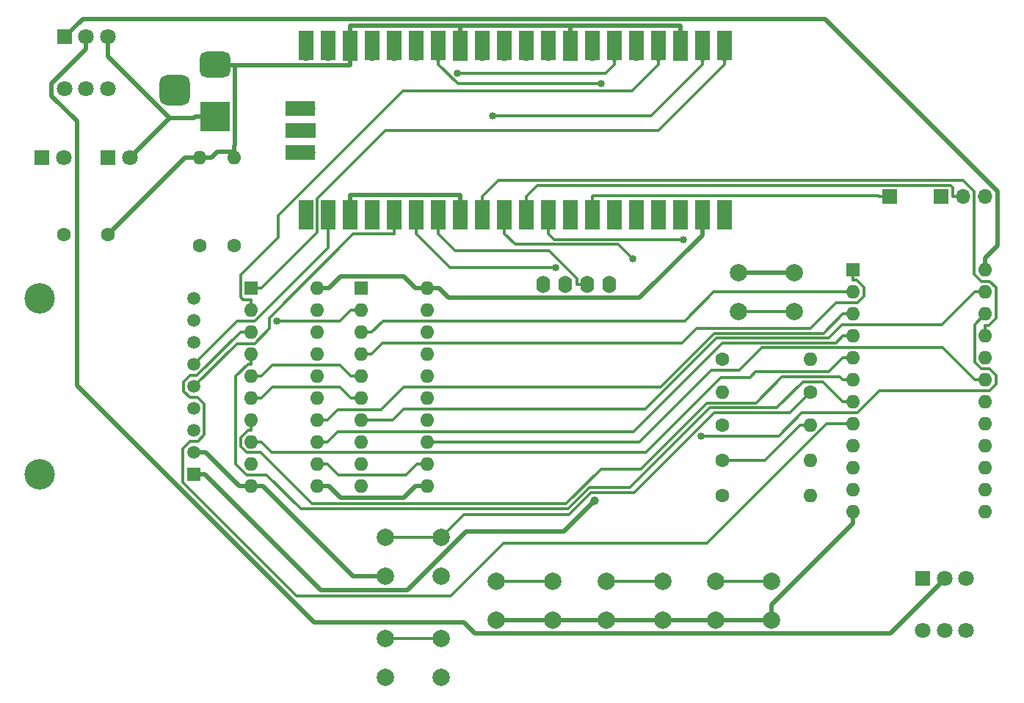
<source format=gbr>
%TF.GenerationSoftware,KiCad,Pcbnew,7.0.8*%
%TF.CreationDate,2023-12-16T16:38:21-08:00*%
%TF.ProjectId,PicoRAM2090,5069636f-5241-44d3-9230-39302e6b6963,rev?*%
%TF.SameCoordinates,Original*%
%TF.FileFunction,Copper,L1,Top*%
%TF.FilePolarity,Positive*%
%FSLAX46Y46*%
G04 Gerber Fmt 4.6, Leading zero omitted, Abs format (unit mm)*
G04 Created by KiCad (PCBNEW 7.0.8) date 2023-12-16 16:38:21*
%MOMM*%
%LPD*%
G01*
G04 APERTURE LIST*
G04 Aperture macros list*
%AMRoundRect*
0 Rectangle with rounded corners*
0 $1 Rounding radius*
0 $2 $3 $4 $5 $6 $7 $8 $9 X,Y pos of 4 corners*
0 Add a 4 corners polygon primitive as box body*
4,1,4,$2,$3,$4,$5,$6,$7,$8,$9,$2,$3,0*
0 Add four circle primitives for the rounded corners*
1,1,$1+$1,$2,$3*
1,1,$1+$1,$4,$5*
1,1,$1+$1,$6,$7*
1,1,$1+$1,$8,$9*
0 Add four rect primitives between the rounded corners*
20,1,$1+$1,$2,$3,$4,$5,0*
20,1,$1+$1,$4,$5,$6,$7,0*
20,1,$1+$1,$6,$7,$8,$9,0*
20,1,$1+$1,$8,$9,$2,$3,0*%
G04 Aperture macros list end*
%TA.AperFunction,ComponentPad*%
%ADD10R,1.700000X1.700000*%
%TD*%
%TA.AperFunction,ComponentPad*%
%ADD11C,2.000000*%
%TD*%
%TA.AperFunction,ComponentPad*%
%ADD12O,1.700000X1.700000*%
%TD*%
%TA.AperFunction,SMDPad,CuDef*%
%ADD13R,1.700000X3.500000*%
%TD*%
%TA.AperFunction,SMDPad,CuDef*%
%ADD14R,3.500000X1.700000*%
%TD*%
%TA.AperFunction,ComponentPad*%
%ADD15R,1.600000X1.600000*%
%TD*%
%TA.AperFunction,ComponentPad*%
%ADD16O,1.600000X1.600000*%
%TD*%
%TA.AperFunction,ComponentPad*%
%ADD17O,1.600000X2.000000*%
%TD*%
%TA.AperFunction,ComponentPad*%
%ADD18R,1.800000X1.800000*%
%TD*%
%TA.AperFunction,ComponentPad*%
%ADD19C,1.800000*%
%TD*%
%TA.AperFunction,ComponentPad*%
%ADD20C,1.600000*%
%TD*%
%TA.AperFunction,ComponentPad*%
%ADD21R,1.508000X1.508000*%
%TD*%
%TA.AperFunction,ComponentPad*%
%ADD22C,1.508000*%
%TD*%
%TA.AperFunction,ComponentPad*%
%ADD23C,3.516000*%
%TD*%
%TA.AperFunction,ComponentPad*%
%ADD24R,3.500000X3.500000*%
%TD*%
%TA.AperFunction,ComponentPad*%
%ADD25RoundRect,0.750000X-1.000000X0.750000X-1.000000X-0.750000X1.000000X-0.750000X1.000000X0.750000X0*%
%TD*%
%TA.AperFunction,ComponentPad*%
%ADD26RoundRect,0.875000X-0.875000X0.875000X-0.875000X-0.875000X0.875000X-0.875000X0.875000X0.875000X0*%
%TD*%
%TA.AperFunction,ViaPad*%
%ADD27C,0.850000*%
%TD*%
%TA.AperFunction,ViaPad*%
%ADD28C,1.000000*%
%TD*%
%TA.AperFunction,Conductor*%
%ADD29C,0.500000*%
%TD*%
%TA.AperFunction,Conductor*%
%ADD30C,0.300000*%
%TD*%
G04 APERTURE END LIST*
D10*
%TO.P,J1,1,Pin_1*%
%TO.N,Net-(J1-Pin_1)*%
X195580000Y-88900000D03*
%TD*%
D11*
%TO.P,BACK1,1,1*%
%TO.N,GND*%
X156741000Y-137850000D03*
X150241000Y-137850000D03*
%TO.P,BACK1,2,2*%
%TO.N,Net-(BACK1-Pad2)*%
X156741000Y-133350000D03*
X150241000Y-133350000D03*
%TD*%
%TO.P,OK1,1,1*%
%TO.N,GND*%
X169441000Y-137850000D03*
X162941000Y-137850000D03*
%TO.P,OK1,2,2*%
%TO.N,Net-(OK1-Pad2)*%
X169441000Y-133350000D03*
X162941000Y-133350000D03*
%TD*%
D12*
%TO.P,U2,1,GPIO0*%
%TO.N,SEL1*%
X176530000Y-72390000D03*
D13*
X176530000Y-71490000D03*
D12*
%TO.P,U2,2,GPIO1*%
%TO.N,SEL2*%
X173990000Y-72390000D03*
D13*
X173990000Y-71490000D03*
D10*
%TO.P,U2,3,GND*%
%TO.N,GND*%
X171450000Y-72390000D03*
D13*
X171450000Y-71490000D03*
D12*
%TO.P,U2,4,GPIO2*%
%TO.N,/A06*%
X168910000Y-72390000D03*
D13*
X168910000Y-71490000D03*
D12*
%TO.P,U2,5,GPIO3*%
%TO.N,/A17*%
X166370000Y-72390000D03*
D13*
X166370000Y-71490000D03*
D12*
%TO.P,U2,6,GPIO4*%
%TO.N,/A28*%
X163830000Y-72390000D03*
D13*
X163830000Y-71490000D03*
D12*
%TO.P,U2,7,GPIO5*%
%TO.N,/A39*%
X161290000Y-72390000D03*
D13*
X161290000Y-71490000D03*
D10*
%TO.P,U2,8,GND*%
%TO.N,GND*%
X158750000Y-72390000D03*
D13*
X158750000Y-71490000D03*
D12*
%TO.P,U2,9,GPIO6*%
%TO.N,/A410*%
X156210000Y-72390000D03*
D13*
X156210000Y-71490000D03*
D12*
%TO.P,U2,10,GPIO7*%
%TO.N,/A5*%
X153670000Y-72390000D03*
D13*
X153670000Y-71490000D03*
D12*
%TO.P,U2,11,GPIO8*%
%TO.N,/D0*%
X151130000Y-72390000D03*
D13*
X151130000Y-71490000D03*
D12*
%TO.P,U2,12,GPIO9*%
%TO.N,/D1*%
X148590000Y-72390000D03*
D13*
X148590000Y-71490000D03*
D10*
%TO.P,U2,13,GND*%
%TO.N,GND*%
X146050000Y-72390000D03*
D13*
X146050000Y-71490000D03*
D12*
%TO.P,U2,14,GPIO10*%
%TO.N,/D2*%
X143510000Y-72390000D03*
D13*
X143510000Y-71490000D03*
D12*
%TO.P,U2,15,GPIO11*%
%TO.N,/D3*%
X140970000Y-72390000D03*
D13*
X140970000Y-71490000D03*
D12*
%TO.P,U2,16,GPIO12*%
%TO.N,/D4*%
X138430000Y-72390000D03*
D13*
X138430000Y-71490000D03*
D12*
%TO.P,U2,17,GPIO13*%
%TO.N,/D5*%
X135890000Y-72390000D03*
D13*
X135890000Y-71490000D03*
D10*
%TO.P,U2,18,GND*%
%TO.N,GND*%
X133350000Y-72390000D03*
D13*
X133350000Y-71490000D03*
D12*
%TO.P,U2,19,GPIO14*%
%TO.N,/D6*%
X130810000Y-72390000D03*
D13*
X130810000Y-71490000D03*
D12*
%TO.P,U2,20,GPIO15*%
%TO.N,/D7*%
X128270000Y-72390000D03*
D13*
X128270000Y-71490000D03*
D12*
%TO.P,U2,21,GPIO16*%
%TO.N,SDO*%
X128270000Y-90170000D03*
D13*
X128270000Y-91070000D03*
D12*
%TO.P,U2,22,GPIO17*%
%TO.N,SDCS*%
X130810000Y-90170000D03*
D13*
X130810000Y-91070000D03*
D10*
%TO.P,U2,23,GND*%
%TO.N,GND*%
X133350000Y-90170000D03*
D13*
X133350000Y-91070000D03*
D12*
%TO.P,U2,24,GPIO18*%
%TO.N,SCK*%
X135890000Y-90170000D03*
D13*
X135890000Y-91070000D03*
D12*
%TO.P,U2,25,GPIO19*%
%TO.N,SDI*%
X138430000Y-90170000D03*
D13*
X138430000Y-91070000D03*
D12*
%TO.P,U2,26,GPIO20*%
%TO.N,SDA*%
X140970000Y-90170000D03*
D13*
X140970000Y-91070000D03*
D12*
%TO.P,U2,27,GPIO21*%
%TO.N,SCL*%
X143510000Y-90170000D03*
D13*
X143510000Y-91070000D03*
D10*
%TO.P,U2,28,GND*%
%TO.N,GND*%
X146050000Y-90170000D03*
D13*
X146050000Y-91070000D03*
D12*
%TO.P,U2,29,GPIO22*%
%TO.N,Net-(U1-~{WE})*%
X148590000Y-90170000D03*
D13*
X148590000Y-91070000D03*
D12*
%TO.P,U2,30,RUN*%
%TO.N,Net-(U2-RUN)*%
X151130000Y-90170000D03*
D13*
X151130000Y-91070000D03*
D12*
%TO.P,U2,31,GPIO26_ADC0*%
%TO.N,Net-(JP1-C)*%
X153670000Y-90170000D03*
D13*
X153670000Y-91070000D03*
D12*
%TO.P,U2,32,GPIO27_ADC1*%
%TO.N,Net-(U2-GPIO27_ADC1)*%
X156210000Y-90170000D03*
D13*
X156210000Y-91070000D03*
D10*
%TO.P,U2,33,AGND*%
%TO.N,GND*%
X158750000Y-90170000D03*
D13*
X158750000Y-91070000D03*
D12*
%TO.P,U2,34,GPIO28_ADC2*%
%TO.N,Net-(J1-Pin_1)*%
X161290000Y-90170000D03*
D13*
X161290000Y-91070000D03*
D12*
%TO.P,U2,35,ADC_VREF*%
%TO.N,unconnected-(U2-ADC_VREF-Pad35)*%
X163830000Y-90170000D03*
D13*
X163830000Y-91070000D03*
D12*
%TO.P,U2,36,3V3*%
%TO.N,3V*%
X166370000Y-90170000D03*
D13*
X166370000Y-91070000D03*
D12*
%TO.P,U2,37,3V3_EN*%
%TO.N,unconnected-(U2-3V3_EN-Pad37)*%
X168910000Y-90170000D03*
D13*
X168910000Y-91070000D03*
D10*
%TO.P,U2,38,GND*%
%TO.N,GND*%
X171450000Y-90170000D03*
D13*
X171450000Y-91070000D03*
D12*
%TO.P,U2,39,VSYS*%
%TO.N,VCC*%
X173990000Y-90170000D03*
D13*
X173990000Y-91070000D03*
D12*
%TO.P,U2,40,VBUS*%
%TO.N,unconnected-(U2-VBUS-Pad40)*%
X176530000Y-90170000D03*
D13*
X176530000Y-91070000D03*
D12*
%TO.P,U2,41,SWCLK*%
%TO.N,unconnected-(U2-SWCLK-Pad41)*%
X128500000Y-78740000D03*
D14*
X127600000Y-78740000D03*
D10*
%TO.P,U2,42,GND*%
%TO.N,unconnected-(U2-GND-Pad42)*%
X128500000Y-81280000D03*
D14*
X127600000Y-81280000D03*
D12*
%TO.P,U2,43,SWDIO*%
%TO.N,unconnected-(U2-SWDIO-Pad43)*%
X128500000Y-83820000D03*
D14*
X127600000Y-83820000D03*
%TD*%
D15*
%TO.P,U1,1,A7*%
%TO.N,/MA7*%
X191384000Y-97404000D03*
D16*
%TO.P,U1,2,A6*%
%TO.N,/MA6*%
X191384000Y-99944000D03*
%TO.P,U1,3,A5*%
%TO.N,/MA5*%
X191384000Y-102484000D03*
%TO.P,U1,4,A4*%
%TO.N,/MA4*%
X191384000Y-105024000D03*
%TO.P,U1,5,A3*%
%TO.N,/MA3*%
X191384000Y-107564000D03*
%TO.P,U1,6,A2*%
%TO.N,/MA2*%
X191384000Y-110104000D03*
%TO.P,U1,7,A1*%
%TO.N,/MA1*%
X191384000Y-112644000D03*
%TO.P,U1,8,A0*%
%TO.N,/MA0*%
X191384000Y-115184000D03*
%TO.P,U1,9,IO0*%
%TO.N,/D0*%
X191384000Y-117724000D03*
%TO.P,U1,10,IO1*%
%TO.N,/D1*%
X191384000Y-120264000D03*
%TO.P,U1,11,IO2*%
%TO.N,/D2*%
X191384000Y-122804000D03*
%TO.P,U1,12,GND*%
%TO.N,GND*%
X191384000Y-125344000D03*
%TO.P,U1,13,IO3*%
%TO.N,/D3*%
X206624000Y-125344000D03*
%TO.P,U1,14,IO4*%
%TO.N,/D4*%
X206624000Y-122804000D03*
%TO.P,U1,15,IO5*%
%TO.N,/D5*%
X206624000Y-120264000D03*
%TO.P,U1,16,IO6*%
%TO.N,/D6*%
X206624000Y-117724000D03*
%TO.P,U1,17,IO7*%
%TO.N,/D7*%
X206624000Y-115184000D03*
%TO.P,U1,18,~{CS}*%
%TO.N,Net-(JP1-B)*%
X206624000Y-112644000D03*
%TO.P,U1,19,A10*%
%TO.N,/MA10*%
X206624000Y-110104000D03*
%TO.P,U1,20,~{OE}*%
%TO.N,Net-(JP1-A)*%
X206624000Y-107564000D03*
%TO.P,U1,21,~{WE}*%
%TO.N,Net-(U1-~{WE})*%
X206624000Y-105024000D03*
%TO.P,U1,22,A9*%
%TO.N,/MA9*%
X206624000Y-102484000D03*
%TO.P,U1,23,A8*%
%TO.N,/MA8*%
X206624000Y-99944000D03*
%TO.P,U1,24,VCC*%
%TO.N,VCC1*%
X206624000Y-97404000D03*
%TD*%
D17*
%TO.P,Brd1,1,GND*%
%TO.N,GND*%
X155592000Y-99060000D03*
%TO.P,Brd1,2,VCC*%
%TO.N,3V*%
X158132000Y-99060000D03*
%TO.P,Brd1,3,SCL*%
%TO.N,SCL*%
X160672000Y-99060000D03*
%TO.P,Brd1,4,SDA*%
%TO.N,SDA*%
X163212000Y-99060000D03*
%TD*%
D18*
%TO.P,SW2,1,A*%
%TO.N,VCC1*%
X100410000Y-70485000D03*
D19*
%TO.P,SW2,2,B*%
%TO.N,Net-(SW1A-B)*%
X102910000Y-70485000D03*
%TO.P,SW2,3,C*%
%TO.N,EVCC*%
X105410000Y-70485000D03*
%TO.P,SW2,4*%
%TO.N,N/C*%
X100410000Y-76485000D03*
%TO.P,SW2,5*%
X102910000Y-76485000D03*
%TO.P,SW2,6*%
X105410000Y-76485000D03*
%TD*%
D20*
%TO.P,R1,1*%
%TO.N,3V*%
X176276000Y-107724000D03*
D16*
%TO.P,R1,2*%
%TO.N,Net-(U2-GPIO27_ADC1)*%
X186436000Y-107724000D03*
%TD*%
D20*
%TO.P,R8,1*%
%TO.N,Net-(D2-K)*%
X120015000Y-94615000D03*
D16*
%TO.P,R8,2*%
%TO.N,GND*%
X120015000Y-84455000D03*
%TD*%
D21*
%TO.P,U4,1,3V*%
%TO.N,3V*%
X115316000Y-121031000D03*
D22*
%TO.P,U4,2,GND*%
%TO.N,GND*%
X115316000Y-118491000D03*
%TO.P,U4,3,CLK*%
%TO.N,SCK*%
X115316000Y-115951000D03*
%TO.P,U4,4,D0/SO*%
%TO.N,SDO*%
X115316000Y-113411000D03*
%TO.P,U4,5,CMD/SI*%
%TO.N,SDI*%
X115316000Y-110871000D03*
%TO.P,U4,6,D3/CS*%
%TO.N,SDCS*%
X115316000Y-108331000D03*
%TO.P,U4,7,DAT1*%
%TO.N,unconnected-(U4-DAT1-Pad7)*%
X115316000Y-105791000D03*
%TO.P,U4,8,DAT2*%
%TO.N,unconnected-(U4-DAT2-Pad8)*%
X115316000Y-103251000D03*
%TO.P,U4,9,DET*%
%TO.N,unconnected-(U4-DET-Pad9)*%
X115316000Y-100711000D03*
D23*
%TO.P,U4,S1*%
%TO.N,N/C*%
X97536000Y-121031000D03*
%TO.P,U4,S2*%
X97536000Y-100711000D03*
%TD*%
D11*
%TO.P,UP1,1,1*%
%TO.N,GND*%
X143891000Y-132770000D03*
X137391000Y-132770000D03*
%TO.P,UP1,2,2*%
%TO.N,Net-(U2-GPIO27_ADC1)*%
X143891000Y-128270000D03*
X137391000Y-128270000D03*
%TD*%
D20*
%TO.P,C1,1*%
%TO.N,VCC*%
X100370000Y-93345000D03*
%TO.P,C1,2*%
%TO.N,GND*%
X105370000Y-93345000D03*
%TD*%
D11*
%TO.P,CANCEL1,1,1*%
%TO.N,GND*%
X181991000Y-137850000D03*
X175491000Y-137850000D03*
%TO.P,CANCEL1,2,2*%
%TO.N,Net-(CANCEL1-Pad2)*%
X181991000Y-133350000D03*
X175491000Y-133350000D03*
%TD*%
%TO.P,DOWN1,1,1*%
%TO.N,GND*%
X143891000Y-144490000D03*
X137391000Y-144490000D03*
%TO.P,DOWN1,2,2*%
%TO.N,Net-(DOWN1-Pad2)*%
X143891000Y-139990000D03*
X137391000Y-139990000D03*
%TD*%
D20*
%TO.P,R5,1*%
%TO.N,Net-(OK1-Pad2)*%
X176276000Y-123444000D03*
D16*
%TO.P,R5,2*%
%TO.N,Net-(CANCEL1-Pad2)*%
X186436000Y-123444000D03*
%TD*%
D20*
%TO.P,R4,1*%
%TO.N,Net-(BACK1-Pad2)*%
X176276000Y-119394000D03*
D16*
%TO.P,R4,2*%
%TO.N,Net-(OK1-Pad2)*%
X186436000Y-119394000D03*
%TD*%
D20*
%TO.P,R2,1*%
%TO.N,Net-(U2-GPIO27_ADC1)*%
X186436000Y-111534000D03*
D16*
%TO.P,R2,2*%
%TO.N,Net-(DOWN1-Pad2)*%
X176276000Y-111534000D03*
%TD*%
D24*
%TO.P,J3,1*%
%TO.N,EVCC*%
X117797500Y-79660000D03*
D25*
%TO.P,J3,2*%
%TO.N,GND*%
X117797500Y-73660000D03*
D26*
%TO.P,J3,3*%
%TO.N,N/C*%
X113097500Y-76660000D03*
%TD*%
D18*
%TO.P,SW1,1,A*%
%TO.N,unconnected-(SW1A-A-Pad1)*%
X199390000Y-133065000D03*
D19*
%TO.P,SW1,2,B*%
%TO.N,Net-(SW1A-B)*%
X201890000Y-133065000D03*
%TO.P,SW1,3,C*%
%TO.N,VCC*%
X204390000Y-133065000D03*
%TO.P,SW1,4*%
%TO.N,N/C*%
X199390000Y-139065000D03*
%TO.P,SW1,5*%
X201890000Y-139065000D03*
%TO.P,SW1,6*%
X204390000Y-139065000D03*
%TD*%
D10*
%TO.P,JP1,1,A*%
%TO.N,Net-(JP1-A)*%
X201549000Y-88900000D03*
D12*
%TO.P,JP1,2,C*%
%TO.N,Net-(JP1-C)*%
X204089000Y-88900000D03*
%TO.P,JP1,3,B*%
%TO.N,Net-(JP1-B)*%
X206629000Y-88900000D03*
%TD*%
D15*
%TO.P,U5,1,OE*%
%TO.N,SEL2*%
X134620000Y-99500000D03*
D16*
%TO.P,U5,2,O0*%
%TO.N,/A06*%
X134620000Y-102040000D03*
%TO.P,U5,3,D0*%
%TO.N,/MA6*%
X134620000Y-104580000D03*
%TO.P,U5,4,D1*%
%TO.N,/MA7*%
X134620000Y-107120000D03*
%TO.P,U5,5,O1*%
%TO.N,/A17*%
X134620000Y-109660000D03*
%TO.P,U5,6,O2*%
%TO.N,/A28*%
X134620000Y-112200000D03*
%TO.P,U5,7,D2*%
%TO.N,/MA8*%
X134620000Y-114740000D03*
%TO.P,U5,8,D3*%
%TO.N,/MA9*%
X134620000Y-117280000D03*
%TO.P,U5,9,O3*%
%TO.N,/A39*%
X134620000Y-119820000D03*
%TO.P,U5,10,GND*%
%TO.N,GND*%
X134620000Y-122360000D03*
%TO.P,U5,11,Cp*%
%TO.N,VCC*%
X142240000Y-122360000D03*
%TO.P,U5,12,O4*%
%TO.N,/A410*%
X142240000Y-119820000D03*
%TO.P,U5,13,D4*%
%TO.N,/MA10*%
X142240000Y-117280000D03*
%TO.P,U5,14,D5*%
%TO.N,GND*%
X142240000Y-114740000D03*
%TO.P,U5,15,O5*%
%TO.N,unconnected-(U5-O5-Pad15)*%
X142240000Y-112200000D03*
%TO.P,U5,16,O6*%
%TO.N,unconnected-(U5-O6-Pad16)*%
X142240000Y-109660000D03*
%TO.P,U5,17,D6*%
%TO.N,GND*%
X142240000Y-107120000D03*
%TO.P,U5,18,D7*%
X142240000Y-104580000D03*
%TO.P,U5,19,O7*%
%TO.N,unconnected-(U5-O7-Pad19)*%
X142240000Y-102040000D03*
%TO.P,U5,20,VCC*%
%TO.N,VCC*%
X142240000Y-99500000D03*
%TD*%
D20*
%TO.P,R3,1*%
%TO.N,Net-(DOWN1-Pad2)*%
X176276000Y-115344000D03*
D16*
%TO.P,R3,2*%
%TO.N,Net-(BACK1-Pad2)*%
X186436000Y-115344000D03*
%TD*%
D18*
%TO.P,D2,1,K*%
%TO.N,Net-(D2-K)*%
X97790000Y-84455000D03*
D19*
%TO.P,D2,2,A*%
%TO.N,VCC1*%
X100330000Y-84455000D03*
%TD*%
D15*
%TO.P,U3,1,OE*%
%TO.N,SEL1*%
X121920000Y-99500000D03*
D16*
%TO.P,U3,2,O0*%
%TO.N,/A06*%
X121920000Y-102040000D03*
%TO.P,U3,3,D0*%
%TO.N,/MA0*%
X121920000Y-104580000D03*
%TO.P,U3,4,D1*%
%TO.N,/MA1*%
X121920000Y-107120000D03*
%TO.P,U3,5,O1*%
%TO.N,/A17*%
X121920000Y-109660000D03*
%TO.P,U3,6,O2*%
%TO.N,/A28*%
X121920000Y-112200000D03*
%TO.P,U3,7,D2*%
%TO.N,/MA2*%
X121920000Y-114740000D03*
%TO.P,U3,8,D3*%
%TO.N,/MA3*%
X121920000Y-117280000D03*
%TO.P,U3,9,O3*%
%TO.N,/A39*%
X121920000Y-119820000D03*
%TO.P,U3,10,GND*%
%TO.N,GND*%
X121920000Y-122360000D03*
%TO.P,U3,11,Cp*%
%TO.N,VCC*%
X129540000Y-122360000D03*
%TO.P,U3,12,O4*%
%TO.N,/A410*%
X129540000Y-119820000D03*
%TO.P,U3,13,D4*%
%TO.N,/MA4*%
X129540000Y-117280000D03*
%TO.P,U3,14,D5*%
%TO.N,/MA5*%
X129540000Y-114740000D03*
%TO.P,U3,15,O5*%
%TO.N,/A5*%
X129540000Y-112200000D03*
%TO.P,U3,16,O6*%
%TO.N,unconnected-(U3-O6-Pad16)*%
X129540000Y-109660000D03*
%TO.P,U3,17,D6*%
%TO.N,GND*%
X129540000Y-107120000D03*
%TO.P,U3,18,D7*%
X129540000Y-104580000D03*
%TO.P,U3,19,O7*%
%TO.N,unconnected-(U3-O7-Pad19)*%
X129540000Y-102040000D03*
%TO.P,U3,20,VCC*%
%TO.N,VCC*%
X129540000Y-99500000D03*
%TD*%
D18*
%TO.P,D1,1,K*%
%TO.N,Net-(D1-K)*%
X105405000Y-84455000D03*
D19*
%TO.P,D1,2,A*%
%TO.N,EVCC*%
X107945000Y-84455000D03*
%TD*%
D20*
%TO.P,R7,1*%
%TO.N,Net-(D1-K)*%
X115965000Y-94615000D03*
D16*
%TO.P,R7,2*%
%TO.N,GND*%
X115965000Y-84455000D03*
%TD*%
D11*
%TO.P,RESET1,1,1*%
%TO.N,Net-(U2-RUN)*%
X184606000Y-102196000D03*
X178106000Y-102196000D03*
%TO.P,RESET1,2,2*%
%TO.N,GND*%
X184606000Y-97696000D03*
X178106000Y-97696000D03*
%TD*%
D27*
%TO.N,Net-(U2-RUN)*%
X165906400Y-96113200D03*
%TO.N,SEL2*%
X149770700Y-79599300D03*
%TO.N,/A28*%
X145722300Y-74669500D03*
%TO.N,/A06*%
X124882800Y-103274700D03*
%TO.N,/MA9*%
X173789000Y-116583200D03*
%TO.N,/D2*%
X162339100Y-75903500D03*
%TO.N,Net-(U2-GPIO27_ADC1)*%
X171796800Y-93904900D03*
D28*
%TO.N,3V*%
X161548000Y-124037700D03*
D27*
%TO.N,SDA*%
X157015900Y-97100700D03*
%TD*%
D29*
%TO.N,Net-(SW1A-B)*%
X102910000Y-71920200D02*
X102910000Y-70485000D01*
X98910700Y-75919500D02*
X102910000Y-71920200D01*
X98910700Y-77288000D02*
X98910700Y-75919500D01*
X101859900Y-80237200D02*
X98910700Y-77288000D01*
X101859900Y-110726900D02*
X101859900Y-80237200D01*
X129217300Y-138084300D02*
X101859900Y-110726900D01*
X146438100Y-138084300D02*
X129217300Y-138084300D01*
X147756400Y-139402600D02*
X146438100Y-138084300D01*
X195637200Y-139402600D02*
X147756400Y-139402600D01*
X201890000Y-133149800D02*
X195637200Y-139402600D01*
X201890000Y-133065000D02*
X201890000Y-133149800D01*
%TO.N,EVCC*%
X117797500Y-79660000D02*
X115497200Y-79660000D01*
X107945000Y-84455000D02*
X112528300Y-79871700D01*
X115285500Y-79871700D02*
X112528300Y-79871700D01*
X115497200Y-79660000D02*
X115285500Y-79871700D01*
X105410000Y-72753400D02*
X105410000Y-70485000D01*
X112528300Y-79871700D02*
X105410000Y-72753400D01*
D30*
%TO.N,Net-(JP1-C)*%
X154940100Y-87649600D02*
X153670000Y-88919700D01*
X202604200Y-87649600D02*
X154940100Y-87649600D01*
X202838700Y-87884100D02*
X202604200Y-87649600D01*
X202838700Y-88900000D02*
X202838700Y-87884100D01*
X204089000Y-88900000D02*
X202838700Y-88900000D01*
X153670000Y-90170000D02*
X153670000Y-88919700D01*
%TO.N,Net-(U2-RUN)*%
X178106000Y-102196000D02*
X184606000Y-102196000D01*
X151130000Y-90170000D02*
X151130000Y-93220300D01*
X164248500Y-94455300D02*
X165906400Y-96113200D01*
X152365000Y-94455300D02*
X164248500Y-94455300D01*
X151130000Y-93220300D02*
X152365000Y-94455300D01*
%TO.N,SDCS*%
X130810000Y-94858900D02*
X130810000Y-90170000D01*
X122358900Y-103310000D02*
X130810000Y-94858900D01*
X120337000Y-103310000D02*
X122358900Y-103310000D01*
X115316000Y-108331000D02*
X120337000Y-103310000D01*
%TO.N,SDI*%
X138430000Y-90170000D02*
X138430000Y-93220300D01*
X120270300Y-105916700D02*
X115316000Y-110871000D01*
X122306500Y-105916700D02*
X120270300Y-105916700D01*
X124057500Y-104165700D02*
X122306500Y-105916700D01*
X124057500Y-102932900D02*
X124057500Y-104165700D01*
X133713200Y-93277200D02*
X124057500Y-102932900D01*
X138373100Y-93277200D02*
X133713200Y-93277200D01*
X138430000Y-93220300D02*
X138373100Y-93277200D01*
%TO.N,SEL2*%
X173990000Y-72390000D02*
X173990000Y-73640300D01*
X168031000Y-79599300D02*
X149770700Y-79599300D01*
X173990000Y-73640300D02*
X168031000Y-79599300D01*
D29*
%TO.N,VCC*%
X139527300Y-123722400D02*
X140889700Y-122360000D01*
X132252700Y-123722400D02*
X139527300Y-123722400D01*
X130890300Y-122360000D02*
X132252700Y-123722400D01*
X129540000Y-122360000D02*
X130890300Y-122360000D01*
X142240000Y-122360000D02*
X140889700Y-122360000D01*
X173990000Y-90170000D02*
X173990000Y-93370300D01*
X142240000Y-99500000D02*
X143590300Y-99500000D01*
X166745200Y-100615100D02*
X173990000Y-93370300D01*
X144705400Y-100615100D02*
X166745200Y-100615100D01*
X143590300Y-99500000D02*
X144705400Y-100615100D01*
X139528500Y-98138800D02*
X140889700Y-99500000D01*
X132251500Y-98138800D02*
X139528500Y-98138800D01*
X130890300Y-99500000D02*
X132251500Y-98138800D01*
X129540000Y-99500000D02*
X130890300Y-99500000D01*
X142240000Y-99500000D02*
X140889700Y-99500000D01*
D30*
%TO.N,/A410*%
X139805000Y-121054700D02*
X141039700Y-119820000D01*
X131975000Y-121054700D02*
X139805000Y-121054700D01*
X130740300Y-119820000D02*
X131975000Y-121054700D01*
X129540000Y-119820000D02*
X130740300Y-119820000D01*
X142240000Y-119820000D02*
X141039700Y-119820000D01*
%TO.N,Net-(J1-Pin_1)*%
X194299300Y-88869600D02*
X194329700Y-88900000D01*
X161340100Y-88869600D02*
X194299300Y-88869600D01*
X161290000Y-88919700D02*
X161340100Y-88869600D01*
X161290000Y-90170000D02*
X161290000Y-88919700D01*
X195580000Y-88900000D02*
X194329700Y-88900000D01*
%TO.N,/A28*%
X132149700Y-110930000D02*
X133419700Y-112200000D01*
X124390300Y-110930000D02*
X132149700Y-110930000D01*
X123120300Y-112200000D02*
X124390300Y-110930000D01*
X121920000Y-112200000D02*
X123120300Y-112200000D01*
X134620000Y-112200000D02*
X133419700Y-112200000D01*
X163830000Y-72390000D02*
X163830000Y-73640300D01*
X162800800Y-74669500D02*
X145722300Y-74669500D01*
X163830000Y-73640300D02*
X162800800Y-74669500D01*
%TO.N,/A17*%
X132185000Y-108425300D02*
X133419700Y-109660000D01*
X124355000Y-108425300D02*
X132185000Y-108425300D01*
X123120300Y-109660000D02*
X124355000Y-108425300D01*
X121920000Y-109660000D02*
X123120300Y-109660000D01*
X134620000Y-109660000D02*
X133419700Y-109660000D01*
%TO.N,/A06*%
X134620000Y-102040000D02*
X133419700Y-102040000D01*
X132185000Y-103274700D02*
X124882800Y-103274700D01*
X133419700Y-102040000D02*
X132185000Y-103274700D01*
X121920000Y-102040000D02*
X121920000Y-100839700D01*
X168910000Y-72390000D02*
X168910000Y-73640300D01*
X165821500Y-76728800D02*
X168910000Y-73640300D01*
X139440700Y-76728800D02*
X165821500Y-76728800D01*
X125014500Y-91155000D02*
X139440700Y-76728800D01*
X125014500Y-93687000D02*
X125014500Y-91155000D01*
X120719600Y-97981900D02*
X125014500Y-93687000D01*
X120719600Y-100539500D02*
X120719600Y-97981900D01*
X121019800Y-100839700D02*
X120719600Y-100539500D01*
X121920000Y-100839700D02*
X121019800Y-100839700D01*
%TO.N,SEL1*%
X168890300Y-81280000D02*
X176530000Y-73640300D01*
X137398500Y-81280000D02*
X168890300Y-81280000D01*
X129540000Y-89138500D02*
X137398500Y-81280000D01*
X129540000Y-93080300D02*
X129540000Y-89138500D01*
X123120300Y-99500000D02*
X129540000Y-93080300D01*
X121920000Y-99500000D02*
X123120300Y-99500000D01*
X176530000Y-72390000D02*
X176530000Y-73640300D01*
D29*
%TO.N,VCC1*%
X208060600Y-94617100D02*
X206624000Y-96053700D01*
X208060600Y-88289800D02*
X208060600Y-94617100D01*
X188158900Y-68388100D02*
X208060600Y-88289800D01*
X102506900Y-68388100D02*
X188158900Y-68388100D01*
X100410000Y-70485000D02*
X102506900Y-68388100D01*
X206624000Y-97404000D02*
X206624000Y-96053700D01*
D30*
%TO.N,/MA8*%
X206624000Y-99944000D02*
X205423700Y-99944000D01*
X138219800Y-114740000D02*
X134620000Y-114740000D01*
X139525200Y-113434600D02*
X138219800Y-114740000D01*
X167409900Y-113434600D02*
X139525200Y-113434600D01*
X175581600Y-105262900D02*
X167409900Y-113434600D01*
X188540100Y-105262900D02*
X175581600Y-105262900D01*
X190049000Y-103754000D02*
X188540100Y-105262900D01*
X201613700Y-103754000D02*
X190049000Y-103754000D01*
X205423700Y-99944000D02*
X201613700Y-103754000D01*
%TO.N,/MA9*%
X182762000Y-116583200D02*
X173789000Y-116583200D01*
X185431200Y-113914000D02*
X182762000Y-116583200D01*
X191890100Y-113914000D02*
X185431200Y-113914000D01*
X194430100Y-111374000D02*
X191890100Y-113914000D01*
X207086600Y-111374000D02*
X194430100Y-111374000D01*
X207835600Y-110625000D02*
X207086600Y-111374000D01*
X207835600Y-109598300D02*
X207835600Y-110625000D01*
X207071300Y-108834000D02*
X207835600Y-109598300D01*
X206144500Y-108834000D02*
X207071300Y-108834000D01*
X205373500Y-108063000D02*
X206144500Y-108834000D01*
X205373500Y-103734500D02*
X205373500Y-108063000D01*
X206624000Y-102484000D02*
X205373500Y-103734500D01*
%TO.N,Net-(U1-~{WE})*%
X150419200Y-87090500D02*
X148590000Y-88919700D01*
X204082000Y-87090500D02*
X150419200Y-87090500D01*
X205359000Y-88367500D02*
X204082000Y-87090500D01*
X205359000Y-97921800D02*
X205359000Y-88367500D01*
X206146500Y-98709300D02*
X205359000Y-97921800D01*
X207097500Y-98709300D02*
X206146500Y-98709300D01*
X207837200Y-99449000D02*
X207097500Y-98709300D01*
X207837200Y-102985600D02*
X207837200Y-99449000D01*
X206999100Y-103823700D02*
X207837200Y-102985600D01*
X206624000Y-103823700D02*
X206999100Y-103823700D01*
X206624000Y-105024000D02*
X206624000Y-103823700D01*
X148590000Y-90170000D02*
X148590000Y-88919700D01*
%TO.N,/MA10*%
X201683300Y-106363600D02*
X205423700Y-110104000D01*
X180865600Y-106363600D02*
X201683300Y-106363600D01*
X178202000Y-109027200D02*
X180865600Y-106363600D01*
X175002300Y-109027200D02*
X178202000Y-109027200D01*
X166749500Y-117280000D02*
X175002300Y-109027200D01*
X142240000Y-117280000D02*
X166749500Y-117280000D01*
X206624000Y-110104000D02*
X205423700Y-110104000D01*
%TO.N,/D2*%
X143510000Y-73651900D02*
X143510000Y-72390000D01*
X145761600Y-75903500D02*
X143510000Y-73651900D01*
X162339100Y-75903500D02*
X145761600Y-75903500D01*
%TO.N,/MA0*%
X191384000Y-115184000D02*
X190183700Y-115184000D01*
X120699700Y-104580000D02*
X121920000Y-104580000D01*
X115678700Y-109601000D02*
X120699700Y-104580000D01*
X114910200Y-109601000D02*
X115678700Y-109601000D01*
X114148200Y-110363000D02*
X114910200Y-109601000D01*
X114148200Y-111413800D02*
X114148200Y-110363000D01*
X114875400Y-112141000D02*
X114148200Y-111413800D01*
X115743900Y-112141000D02*
X114875400Y-112141000D01*
X116505400Y-112902500D02*
X115743900Y-112141000D01*
X116505400Y-116471600D02*
X116505400Y-112902500D01*
X115791300Y-117185700D02*
X116505400Y-116471600D01*
X114918100Y-117185700D02*
X115791300Y-117185700D01*
X114072000Y-118031800D02*
X114918100Y-117185700D01*
X114072000Y-121947900D02*
X114072000Y-118031800D01*
X127189900Y-135065800D02*
X114072000Y-121947900D01*
X144964300Y-135065800D02*
X127189900Y-135065800D01*
X151023300Y-129006800D02*
X144964300Y-135065800D01*
X174487200Y-129006800D02*
X151023300Y-129006800D01*
X188310000Y-115184000D02*
X174487200Y-129006800D01*
X190183700Y-115184000D02*
X188310000Y-115184000D01*
%TO.N,/MA1*%
X121920000Y-107120000D02*
X121920000Y-108320300D01*
X191384000Y-112644000D02*
X190183700Y-112644000D01*
X121544900Y-108320300D02*
X121920000Y-108320300D01*
X120169000Y-109696200D02*
X121544900Y-108320300D01*
X120169000Y-119803100D02*
X120169000Y-109696200D01*
X121420600Y-121054700D02*
X120169000Y-119803100D01*
X123724400Y-121054700D02*
X121420600Y-121054700D01*
X127654400Y-124984700D02*
X123724400Y-121054700D01*
X158479000Y-124984700D02*
X127654400Y-124984700D01*
X160926600Y-122537100D02*
X158479000Y-124984700D01*
X165576400Y-122537100D02*
X160926600Y-122537100D01*
X174801400Y-113312100D02*
X165576400Y-122537100D01*
X182545800Y-113312100D02*
X174801400Y-113312100D01*
X185547600Y-110310300D02*
X182545800Y-113312100D01*
X187850000Y-110310300D02*
X185547600Y-110310300D01*
X190183700Y-112644000D02*
X187850000Y-110310300D01*
%TO.N,/MA2*%
X121920000Y-114740000D02*
X121920000Y-115940300D01*
X191384000Y-110104000D02*
X190183700Y-110104000D01*
X121544900Y-115940300D02*
X121920000Y-115940300D01*
X120719400Y-116765800D02*
X121544900Y-115940300D01*
X120719400Y-117816200D02*
X120719400Y-116765800D01*
X121383600Y-118480400D02*
X120719400Y-117816200D01*
X123024100Y-118480400D02*
X121383600Y-118480400D01*
X128978000Y-124434300D02*
X123024100Y-118480400D01*
X158251200Y-124434300D02*
X128978000Y-124434300D01*
X162284600Y-120400900D02*
X158251200Y-124434300D01*
X166858700Y-120400900D02*
X162284600Y-120400900D01*
X174497900Y-112761700D02*
X166858700Y-120400900D01*
X180159300Y-112761700D02*
X174497900Y-112761700D01*
X183169700Y-109751300D02*
X180159300Y-112761700D01*
X189831000Y-109751300D02*
X183169700Y-109751300D01*
X190183700Y-110104000D02*
X189831000Y-109751300D01*
%TO.N,/MA3*%
X121920000Y-117280000D02*
X123120300Y-117280000D01*
X191384000Y-107564000D02*
X190183700Y-107564000D01*
X188555300Y-109192400D02*
X190183700Y-107564000D01*
X180123200Y-109192400D02*
X188555300Y-109192400D01*
X179503000Y-109812600D02*
X180123200Y-109192400D01*
X176125000Y-109812600D02*
X179503000Y-109812600D01*
X167452300Y-118485300D02*
X176125000Y-109812600D01*
X124325600Y-118485300D02*
X167452300Y-118485300D01*
X123120300Y-117280000D02*
X124325600Y-118485300D01*
%TO.N,/MA4*%
X189394500Y-105813200D02*
X190183700Y-105024000D01*
X176308300Y-105813200D02*
X189394500Y-105813200D01*
X166041800Y-116079700D02*
X176308300Y-105813200D01*
X131940600Y-116079700D02*
X166041800Y-116079700D01*
X130740300Y-117280000D02*
X131940600Y-116079700D01*
X129540000Y-117280000D02*
X130740300Y-117280000D01*
X191384000Y-105024000D02*
X190183700Y-105024000D01*
%TO.N,/MA5*%
X129540000Y-114740000D02*
X130740300Y-114740000D01*
X191384000Y-102484000D02*
X190183700Y-102484000D01*
X131940600Y-113539700D02*
X130740300Y-114740000D01*
X136940400Y-113539700D02*
X131940600Y-113539700D01*
X139550100Y-110930000D02*
X136940400Y-113539700D01*
X169136200Y-110930000D02*
X139550100Y-110930000D01*
X175353600Y-104712600D02*
X169136200Y-110930000D01*
X187955100Y-104712600D02*
X175353600Y-104712600D01*
X190183700Y-102484000D02*
X187955100Y-104712600D01*
%TO.N,/MA6*%
X175263900Y-99944000D02*
X191384000Y-99944000D01*
X171933200Y-103274700D02*
X175263900Y-99944000D01*
X137125600Y-103274700D02*
X171933200Y-103274700D01*
X135820300Y-104580000D02*
X137125600Y-103274700D01*
X134620000Y-104580000D02*
X135820300Y-104580000D01*
%TO.N,/MA7*%
X134620000Y-107120000D02*
X135820300Y-107120000D01*
X191384000Y-97404000D02*
X191384000Y-98604300D01*
X137090300Y-105850000D02*
X135820300Y-107120000D01*
X171640800Y-105850000D02*
X137090300Y-105850000D01*
X173328500Y-104162300D02*
X171640800Y-105850000D01*
X186478000Y-104162300D02*
X173328500Y-104162300D01*
X189426300Y-101214000D02*
X186478000Y-104162300D01*
X191816000Y-101214000D02*
X189426300Y-101214000D01*
X192584300Y-100445700D02*
X191816000Y-101214000D01*
X192584300Y-99429400D02*
X192584300Y-100445700D01*
X191759200Y-98604300D02*
X192584300Y-99429400D01*
X191384000Y-98604300D02*
X191759200Y-98604300D01*
%TO.N,Net-(CANCEL1-Pad2)*%
X175491000Y-133350000D02*
X181991000Y-133350000D01*
%TO.N,Net-(OK1-Pad2)*%
X162941000Y-133350000D02*
X169441000Y-133350000D01*
%TO.N,Net-(BACK1-Pad2)*%
X150241000Y-133350000D02*
X156741000Y-133350000D01*
X181185700Y-119394000D02*
X176276000Y-119394000D01*
X185235700Y-115344000D02*
X181185700Y-119394000D01*
X186436000Y-115344000D02*
X185235700Y-115344000D01*
%TO.N,Net-(DOWN1-Pad2)*%
X137391000Y-139990000D02*
X143891000Y-139990000D01*
%TO.N,Net-(U2-GPIO27_ADC1)*%
X137391000Y-128270000D02*
X143891000Y-128270000D01*
X156210000Y-90170000D02*
X156210000Y-93220300D01*
X156894600Y-93904900D02*
X171796800Y-93904900D01*
X156210000Y-93220300D02*
X156894600Y-93904900D01*
X146459200Y-125701800D02*
X143891000Y-128270000D01*
X158540000Y-125701800D02*
X146459200Y-125701800D01*
X161154400Y-123087400D02*
X158540000Y-125701800D01*
X166117700Y-123087400D02*
X161154400Y-123087400D01*
X175342700Y-113862400D02*
X166117700Y-123087400D01*
X184107600Y-113862400D02*
X175342700Y-113862400D01*
X186436000Y-111534000D02*
X184107600Y-113862400D01*
D29*
%TO.N,3V*%
X157948400Y-127637300D02*
X161548000Y-124037700D01*
X146716400Y-127637300D02*
X157948400Y-127637300D01*
X139988300Y-134365400D02*
X146716400Y-127637300D01*
X129954700Y-134365400D02*
X139988300Y-134365400D01*
X116620300Y-121031000D02*
X129954700Y-134365400D01*
X115316000Y-121031000D02*
X116620300Y-121031000D01*
%TO.N,GND*%
X133350000Y-73090100D02*
X133350000Y-73790300D01*
X158750000Y-72390000D02*
X158750000Y-69189700D01*
X171450000Y-72390000D02*
X171450000Y-69189700D01*
X178106000Y-97696000D02*
X184606000Y-97696000D01*
X122118400Y-122360000D02*
X123270300Y-122360000D01*
X171450000Y-69189700D02*
X158750000Y-69189700D01*
X158750000Y-69189700D02*
X146050000Y-69189700D01*
X146050000Y-72390000D02*
X146050000Y-69189700D01*
X133350000Y-73090100D02*
X133350000Y-72390000D01*
X133350000Y-69189700D02*
X146050000Y-69189700D01*
X133350000Y-72390000D02*
X133350000Y-69189700D01*
X122118400Y-122360000D02*
X121920000Y-122360000D01*
X120098900Y-83020800D02*
X120015000Y-83104700D01*
X120098900Y-73790300D02*
X120098900Y-83020800D01*
X117927800Y-73790300D02*
X120098900Y-73790300D01*
X117797500Y-73660000D02*
X117927800Y-73790300D01*
X120098900Y-73790300D02*
X133350000Y-73790300D01*
X116700700Y-118491000D02*
X120569700Y-122360000D01*
X115316000Y-118491000D02*
X116700700Y-118491000D01*
X121920000Y-122360000D02*
X120569700Y-122360000D01*
X133680300Y-132770000D02*
X123270300Y-122360000D01*
X137391000Y-132770000D02*
X133680300Y-132770000D01*
X169441000Y-137850000D02*
X175491000Y-137850000D01*
X150241000Y-137850000D02*
X156741000Y-137850000D01*
X120015000Y-84455000D02*
X120015000Y-83779800D01*
X120015000Y-83779800D02*
X120015000Y-83104700D01*
X117990500Y-83779800D02*
X117315300Y-84455000D01*
X120015000Y-83779800D02*
X117990500Y-83779800D01*
X115965000Y-84455000D02*
X117315300Y-84455000D01*
X114260000Y-84455000D02*
X115965000Y-84455000D01*
X105370000Y-93345000D02*
X114260000Y-84455000D01*
X133350000Y-88769700D02*
X146050000Y-88769700D01*
X133350000Y-90170000D02*
X133350000Y-88769700D01*
X146050000Y-90170000D02*
X146050000Y-88769700D01*
X156741000Y-137850000D02*
X162941000Y-137850000D01*
X162941000Y-137850000D02*
X169441000Y-137850000D01*
X191384000Y-125344000D02*
X191384000Y-126694300D01*
X175491000Y-137850000D02*
X181991000Y-137850000D01*
X181991000Y-136087300D02*
X191384000Y-126694300D01*
X181991000Y-137850000D02*
X181991000Y-136087300D01*
D30*
%TO.N,SCL*%
X160672000Y-99060000D02*
X159471700Y-99060000D01*
X143510000Y-90170000D02*
X143510000Y-93220300D01*
X145459400Y-95169700D02*
X143510000Y-93220300D01*
X156256600Y-95169700D02*
X145459400Y-95169700D01*
X159471700Y-98384800D02*
X156256600Y-95169700D01*
X159471700Y-99060000D02*
X159471700Y-98384800D01*
%TO.N,SDA*%
X144850400Y-97100700D02*
X140970000Y-93220300D01*
X157015900Y-97100700D02*
X144850400Y-97100700D01*
X140970000Y-90170000D02*
X140970000Y-93220300D01*
%TD*%
M02*

</source>
